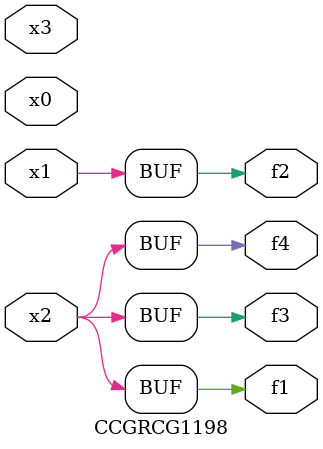
<source format=v>
module CCGRCG1198(
	input x0, x1, x2, x3,
	output f1, f2, f3, f4
);
	assign f1 = x2;
	assign f2 = x1;
	assign f3 = x2;
	assign f4 = x2;
endmodule

</source>
